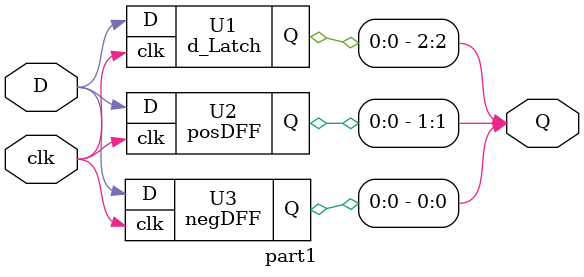
<source format=v>

module d_Latch(D, clk, Q);
	input D, clk;
	output reg Q;
	always @(D, clk)
		if (clk == 1)
			Q = D;
endmodule

module posDFF(input D,clk,output reg Q);
	always @(posedge clk)
		Q <= D;
endmodule

module negDFF(input D,clk,output reg Q);
	always @(negedge clk)
		Q <= D;
endmodule

module part1(input D,clk,output[2:0]Q);
	d_Latch U1(D,clk,Q[2]);
	posDFF U2(D,clk,Q[1]);
	negDFF U3(D,clk,Q[0]);
endmodule


</source>
